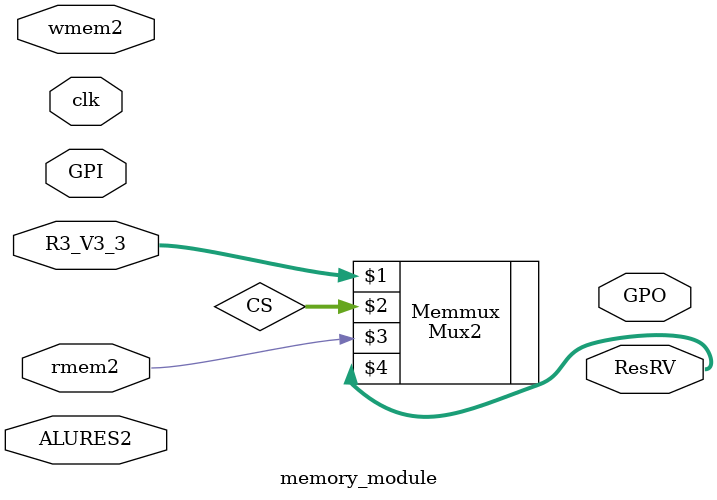
<source format=sv>
module memory_module(input clk,wmem2,rmem2,GPI,input[127:0]ALURES2,R3_V3_3,
							output[127:0]ResRV,output GPO);
	logic[127:0]CS;
//	MemoryController();
	Mux2 #(128)Memmux(R3_V3_3,CS,rmem2,ResRV); 
endmodule
</source>
